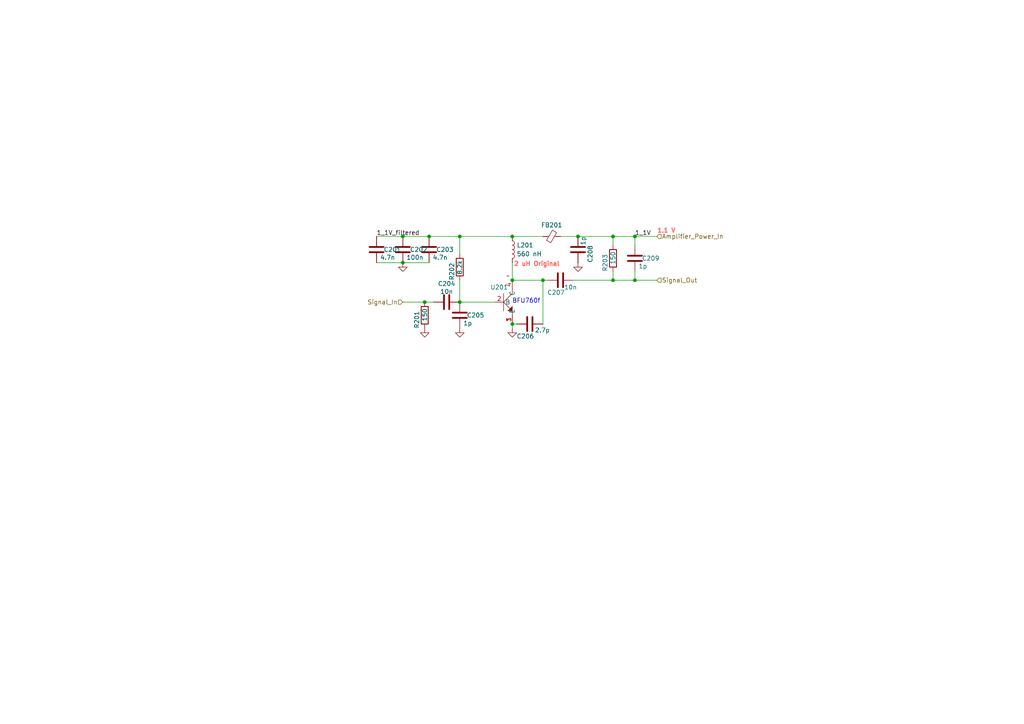
<source format=kicad_sch>
(kicad_sch (version 20250114) (generator "eeschema") (generator_version "9.0")
  (paper "A4")
  (title_block (title "FARICH Custom Amplifier"))
  (lib_symbols
    (symbol "Device:C" (pin_numbers (hide yes)) (pin_names (offset 0.254))
      (property "Reference" "C" (at 0.635 2.54 0))
      (property "Value" "C" (at 0.635 -2.54 0))
      (symbol "C_0_1"
        (polyline (pts (xy -2.032 0.762) (xy 2.032 0.762)) (stroke (width 0.508)))
        (polyline (pts (xy -2.032 -0.762) (xy 2.032 -0.762)) (stroke (width 0.508)))
      )
      (symbol "C_1_1"
        (pin passive line (at 0 3.81 270) (length 2.794) (name "~") (number "1"))
        (pin passive line (at 0 -3.81 90) (length 2.794) (name "~") (number "2"))
      )
    )
    (symbol "Device:FerriteBead_Small" (pin_numbers (hide yes)) (pin_names (offset 0))
      (property "Reference" "FB" (at 1.905 1.27 0))
      (property "Value" "FerriteBead_Small" (at 1.905 -1.27 0))
      (symbol "FerriteBead_Small_0_1"
        (polyline (pts (xy -1.8288 0.2794) (xy -1.1176 1.4986) (xy 1.8288 -0.2032) (xy 1.1176 -1.4224) (xy -1.8288 0.2794)))
        (polyline (pts (xy 0 0.889) (xy 0 1.2954)))
        (polyline (pts (xy 0 -1.27) (xy 0 -0.7874)))
      )
      (symbol "FerriteBead_Small_1_1"
        (pin passive line (at 0 2.54 270) (length 1.27) (name "~") (number "1"))
        (pin passive line (at 0 -2.54 90) (length 1.27) (name "~") (number "2"))
      )
    )
    (symbol "Device:L" (pin_numbers (hide yes)) (pin_names (offset 1.016) (hide yes))
      (property "Reference" "L" (at -1.27 0 90))
      (property "Value" "L" (at 1.905 0 90))
      (symbol "L_0_1"
        (arc (start 0 2.54) (mid 0.6323 1.905) (end 0 1.27))
        (arc (start 0 1.27) (mid 0.6323 0.635) (end 0 0))
        (arc (start 0 0) (mid 0.6323 -0.635) (end 0 -1.27))
        (arc (start 0 -1.27) (mid 0.6323 -1.905) (end 0 -2.54))
      )
      (symbol "L_1_1"
        (pin passive line (at 0 3.81 270) (length 1.27) (name "1") (number "1"))
        (pin passive line (at 0 -3.81 90) (length 1.27) (name "2") (number "2"))
      )
    )
    (symbol "Device:R" (pin_numbers (hide yes)) (pin_names (offset 0))
      (property "Reference" "R" (at 2.032 0 90))
      (property "Value" "R" (at 0 0 90))
      (symbol "R_0_1"
        (rectangle (start -1.016 -2.54) (end 1.016 2.54) (stroke (width 0.254)))
      )
      (symbol "R_1_1"
        (pin passive line (at 0 3.81 270) (length 1.27) (name "~") (number "1"))
        (pin passive line (at 0 -3.81 90) (length 1.27) (name "~") (number "2"))
      )
    )
    (symbol "FARICH_Amplifier_Library:BFU760F,115"
      (property "Reference" "U1" (at -1.27 4.318 0))
      (property "Value" "~" (at 1.27 7.62 0))
      (symbol "BFU760F,115_0_1"
        (polyline (pts (xy 0 2.54) (xy 0 -2.54)))
        (polyline (pts (xy 0 0) (xy 2.54 2.54) (xy 2.54 3.81)))
        (polyline (pts (xy 0 0) (xy 2.54 -2.54) (xy 2.54 -3.81)))
      )
      (symbol "BFU760F,115_1_1"
        (polyline (pts (xy 2.54 -2.54) (xy 2.54 -1.27) (xy 1.27 -2.54) (xy 2.54 -2.54)) (fill (type outline)))
        (pin input line (at -2.54 0 0) (length 2.54) (name "B") (number "2"))
        (pin input line (at 2.54 6.35 270) (length 2.54) (name "C") (number "4"))
        (pin input line (at 2.54 -6.35 90) (length 2.54) (name "E") (number "1"))
        (pin input line (at 2.54 -6.35 90) (length 2.54) (name "E") (number "3"))
      )
    )
    (symbol "power:GND" (power) (pin_numbers (hide yes)) (pin_names (offset 0) (hide yes))
      (property "Value" "GND" (at 0 -3.81 0))
      (symbol "GND_0_1"
        (polyline (pts (xy 0 0) (xy 0 -1.27) (xy 1.27 -1.27) (xy 0 -2.54) (xy -1.27 -1.27) (xy 0 -1.27)))
      )
      (symbol "GND_1_1"
        (pin power_in line (at 0 0 270) (length 0) (name "~") (number "1"))
      )
    )
  )
  (text "BFU760f" (at 152.654 87.376 0) (effects (font (size 1.27 1.27))))
  (text "2 uH Original" (at 155.702 76.708 0) (effects (font (size 1.27 1.27) (thickness 0.254) (bold yes))))
  (text "1.1 V" (at 193.294 67.056 0) (effects (font (size 1.27 1.27) (thickness 0.254) (bold yes))))
  (junction (at 133.35 87.63))
  (junction (at 116.84 76.2))
  (junction (at 116.84 68.58))
  (junction (at 177.8 81.28))
  (junction (at 157.48 81.28))
  (junction (at 184.15 81.28))
  (junction (at 123.19 87.63))
  (junction (at 124.46 68.58))
  (junction (at 184.15 68.58))
  (junction (at 177.8 68.58))
  (junction (at 148.59 81.28))
  (junction (at 167.64 68.58))
  (junction (at 133.35 68.58))
  (junction (at 148.59 93.98))
  (junction (at 148.59 68.58))
  (wire (pts (xy 177.8 71.12) (xy 177.8 68.58)))
  (wire (pts (xy 109.22 76.2) (xy 116.84 76.2)))
  (wire (pts (xy 133.35 73.66) (xy 133.35 68.58)))
  (wire (pts (xy 162.56 68.58) (xy 167.64 68.58)))
  (wire (pts (xy 123.19 87.63) (xy 125.73 87.63)))
  (wire (pts (xy 166.37 81.28) (xy 177.8 81.28)))
  (wire (pts (xy 157.48 81.28) (xy 148.59 81.28)))
  (wire (pts (xy 148.59 76.2) (xy 148.59 81.28)))
  (wire (pts (xy 167.64 68.58) (xy 177.8 68.58)))
  (wire (pts (xy 148.59 95.25) (xy 148.59 93.98)))
  (wire (pts (xy 133.35 68.58) (xy 148.59 68.58)))
  (wire (pts (xy 124.46 68.58) (xy 133.35 68.58)))
  (wire (pts (xy 133.35 81.28) (xy 133.35 87.63)))
  (wire (pts (xy 184.15 81.28) (xy 184.15 78.74)))
  (wire (pts (xy 177.8 81.28) (xy 184.15 81.28)))
  (wire (pts (xy 177.8 78.74) (xy 177.8 81.28)))
  (wire (pts (xy 184.15 81.28) (xy 190.5 81.28)))
  (wire (pts (xy 116.84 68.58) (xy 124.46 68.58)))
  (wire (pts (xy 184.15 68.58) (xy 190.5 68.58)))
  (wire (pts (xy 116.84 87.63) (xy 123.19 87.63)))
  (wire (pts (xy 177.8 68.58) (xy 184.15 68.58)))
  (wire (pts (xy 184.15 71.12) (xy 184.15 68.58)))
  (wire (pts (xy 109.22 68.58) (xy 116.84 68.58)))
  (wire (pts (xy 116.84 76.2) (xy 124.46 76.2)))
  (wire (pts (xy 148.59 93.98) (xy 149.86 93.98)))
  (wire (pts (xy 133.35 87.63) (xy 143.51 87.63)))
  (wire (pts (xy 148.59 68.58) (xy 157.48 68.58)))
  (wire (pts (xy 157.48 81.28) (xy 158.75 81.28)))
  (wire (pts (xy 157.48 93.98) (xy 157.48 81.28)))
  (label "1_1V_filtered" (at 109.22 68.58 0))
  (label "1_1V" (at 184.15 68.58 0))
  (hierarchical_label "Amplifier_Power_In" (shape input) (at 190.5 68.58 0))
  (hierarchical_label "Signal_Out" (shape input) (at 190.5 81.28 0))
  (hierarchical_label "Signal_In" (shape input) (at 116.84 87.63 180))
  (symbol (lib_id "Device:C") (at 167.64 72.39 0) (unit 1)
    (property "Reference" "C208" (at 171.196 71.12 90) (effects (justify right)))
    (property "Value" "1p" (at 169.164 68.58 90) (effects (justify right)))
    (property "Footprint" "Capacitor_SMD:C_0201_0603Metric" (effects (hide yes)))
    (property "Description" "Unpolarized capacitor" (effects (hide yes)))
    (instances (project "FARICH_Amplifier_v0" (path "" (reference "C208") (unit 1))) (project "FARICH_Amplifier_v0" (path "" (reference "C208") (unit 1)) (path "" (reference "C217") (unit 1))))
  )
  (symbol (lib_id "power:GND") (at 123.19 95.25 0) (unit 1)
    (property "Reference" "#PWR0202" (effects (hide yes)))
    (property "Value" "GND" (effects (hide yes)))
    (property "Description" "Power symbol creates a global label with name \"GND\" , ground" (effects (hide yes)))
    (instances (project "FARICH_Amplifier_v0" (path "" (reference "#PWR0202") (unit 1))) (project "FARICH_Amplifier_v0" (path "" (reference "#PWR0202") (unit 1)) (path "" (reference "#PWR0207") (unit 1))))
  )
  (symbol (lib_id "Device:C") (at 184.15 74.93 180) (unit 1)
    (property "Reference" "C209" (at 186.182 74.93 0) (effects (justify right)))
    (property "Value" "1p" (at 185.166 77.216 0) (effects (justify right)))
    (property "Footprint" "Capacitor_SMD:C_0201_0603Metric" (effects (hide yes)))
    (property "Description" "Unpolarized capacitor" (effects (hide yes)))
    (instances (project "FARICH_Amplifier_v0" (path "" (reference "C209") (unit 1))) (project "FARICH_Amplifier_v0" (path "" (reference "C209") (unit 1)) (path "" (reference "C218") (unit 1))))
  )
  (symbol (lib_id "FARICH_Amplifier_Library:BFU760F,115") (at 146.05 87.63 0) (unit 1)
    (property "Reference" "U201" (at 144.78 83.312 0))
    (property "Value" "~" (at 147.32 80.01 0))
    (property "Footprint" "0_lib:SOT343F_NXP" (effects (hide yes)))
    (instances (project "FARICH_Amplifier_v0" (path "" (reference "U201") (unit 1))) (project "FARICH_Amplifier_v0" (path "" (reference "U201") (unit 1)) (path "" (reference "U202") (unit 1))))
  )
  (symbol (lib_id "power:GND") (at 148.59 95.25 0) (unit 1)
    (property "Reference" "#PWR0204" (effects (hide yes)))
    (property "Value" "GND" (effects (hide yes)))
    (property "Description" "Power symbol creates a global label with name \"GND\" , ground" (effects (hide yes)))
    (instances (project "FARICH_Amplifier_v0" (path "" (reference "#PWR0204") (unit 1))) (project "FARICH_Amplifier_v0" (path "" (reference "#PWR0204") (unit 1)) (path "" (reference "#PWR0209") (unit 1))))
  )
  (symbol (lib_id "Device:C") (at 109.22 72.39 180) (unit 1)
    (property "Reference" "C201" (at 111.252 72.39 0) (effects (justify right)))
    (property "Value" "4.7n" (at 110.236 74.676 0) (effects (justify right)))
    (property "Footprint" "Capacitor_SMD:C_0201_0603Metric" (effects (hide yes)))
    (property "Description" "Unpolarized capacitor" (effects (hide yes)))
    (instances (project "FARICH_Amplifier_v0" (path "" (reference "C201") (unit 1))) (project "FARICH_Amplifier_v0" (path "" (reference "C201") (unit 1)) (path "" (reference "C210") (unit 1))))
  )
  (symbol (lib_id "Device:C") (at 153.67 93.98 270) (unit 1)
    (property "Reference" "C206" (at 154.94 97.536 90) (effects (justify right)))
    (property "Value" "2.7p" (at 159.512 95.758 90) (effects (justify right)))
    (property "Footprint" "Capacitor_SMD:C_0201_0603Metric" (effects (hide yes)))
    (property "Description" "Unpolarized capacitor" (effects (hide yes)))
    (instances (project "FARICH_Amplifier_v0" (path "" (reference "C206") (unit 1))) (project "FARICH_Amplifier_v0" (path "" (reference "C206") (unit 1)) (path "" (reference "C215") (unit 1))))
  )
  (symbol (lib_id "Device:C") (at 133.35 91.44 180) (unit 1)
    (property "Reference" "C205" (at 135.382 91.44 0) (effects (justify right)))
    (property "Value" "1p" (at 134.366 93.726 0) (effects (justify right)))
    (property "Footprint" "Capacitor_SMD:C_0201_0603Metric" (effects (hide yes)))
    (property "Description" "Unpolarized capacitor" (effects (hide yes)))
    (instances (project "FARICH_Amplifier_v0" (path "" (reference "C205") (unit 1))) (project "FARICH_Amplifier_v0" (path "" (reference "C205") (unit 1)) (path "" (reference "C214") (unit 1))))
  )
  (symbol (lib_id "Device:C") (at 124.46 72.39 180) (unit 1)
    (property "Reference" "C203" (at 126.492 72.39 0) (effects (justify right)))
    (property "Value" "4.7n" (at 125.476 74.676 0) (effects (justify right)))
    (property "Footprint" "Capacitor_SMD:C_0201_0603Metric" (effects (hide yes)))
    (property "Description" "Unpolarized capacitor" (effects (hide yes)))
    (instances (project "FARICH_Amplifier_v0" (path "" (reference "C203") (unit 1))) (project "FARICH_Amplifier_v0" (path "" (reference "C203") (unit 1)) (path "" (reference "C212") (unit 1))))
  )
  (symbol (lib_id "Device:R") (at 177.8 74.93 180) (unit 1)
    (property "Reference" "R203" (at 175.514 73.66 90) (effects (justify left)))
    (property "Value" "150" (at 177.8 72.898 90) (effects (justify left)))
    (property "Footprint" "Resistor_SMD:R_0201_0603Metric" (effects (hide yes)))
    (property "Description" "Resistor" (effects (hide yes)))
    (instances (project "FARICH_Amplifier_v0" (path "" (reference "R203") (unit 1))) (project "FARICH_Amplifier_v0" (path "" (reference "R203") (unit 1)) (path "" (reference "R206") (unit 1))))
  )
  (symbol (lib_id "Device:C") (at 116.84 72.39 180) (unit 1)
    (property "Reference" "C202" (at 118.872 72.39 0) (effects (justify right)))
    (property "Value" "100n" (at 117.856 74.676 0) (effects (justify right)))
    (property "Footprint" "Capacitor_SMD:C_0201_0603Metric" (effects (hide yes)))
    (property "Description" "Unpolarized capacitor" (effects (hide yes)))
    (instances (project "FARICH_Amplifier_v0" (path "" (reference "C202") (unit 1))) (project "FARICH_Amplifier_v0" (path "" (reference "C202") (unit 1)) (path "" (reference "C211") (unit 1))))
  )
  (symbol (lib_id "power:GND") (at 167.64 76.2 0) (unit 1)
    (property "Reference" "#PWR0205" (effects (hide yes)))
    (property "Value" "GND" (effects (hide yes)))
    (property "Description" "Power symbol creates a global label with name \"GND\" , ground" (effects (hide yes)))
    (instances (project "FARICH_Amplifier_v0" (path "" (reference "#PWR0205") (unit 1))) (project "FARICH_Amplifier_v0" (path "" (reference "#PWR0205") (unit 1)) (path "" (reference "#PWR0210") (unit 1))))
  )
  (symbol (lib_id "Device:R") (at 123.19 91.44 180) (unit 1)
    (property "Reference" "R201" (at 120.904 90.17 90) (effects (justify left)))
    (property "Value" "150" (at 123.19 89.408 90) (effects (justify left)))
    (property "Footprint" "Resistor_SMD:R_0201_0603Metric" (effects (hide yes)))
    (property "Description" "Resistor" (effects (hide yes)))
    (instances (project "FARICH_Amplifier_v0" (path "" (reference "R201") (unit 1))) (project "FARICH_Amplifier_v0" (path "" (reference "R201") (unit 1)) (path "" (reference "R204") (unit 1))))
  )
  (symbol (lib_id "Device:FerriteBead_Small") (at 160.02 68.58 90) (unit 1)
    (property "Reference" "FB201" (at 160.02 65.278 90))
    (property "Value" "FerriteBead_Small" (effects (hide yes)))
    (property "Footprint" "Inductor_SMD:L_0201_0603Metric" (effects (hide yes)))
    (property "Description" "Ferrite bead, small symbol" (effects (hide yes)))
    (instances (project "FARICH_Amplifier_v0" (path "" (reference "FB201") (unit 1))) (project "FARICH_Amplifier_v0" (path "" (reference "FB201") (unit 1)) (path "" (reference "FB202") (unit 1))))
  )
  (symbol (lib_id "Device:C") (at 162.56 81.28 270) (unit 1)
    (property "Reference" "C207" (at 163.83 84.836 90) (effects (justify right)))
    (property "Value" "10n" (at 167.386 83.312 90) (effects (justify right)))
    (property "Footprint" "Capacitor_SMD:C_0201_0603Metric" (effects (hide yes)))
    (property "Description" "Unpolarized capacitor" (effects (hide yes)))
    (instances (project "FARICH_Amplifier_v0" (path "" (reference "C207") (unit 1))) (project "FARICH_Amplifier_v0" (path "" (reference "C207") (unit 1)) (path "" (reference "C216") (unit 1))))
  )
  (symbol (lib_id "Device:C") (at 129.54 87.63 90) (unit 1)
    (property "Reference" "C204" (at 129.54 82.296 90))
    (property "Value" "10n" (at 129.54 84.582 90))
    (property "Footprint" "Capacitor_SMD:C_0201_0603Metric" (effects (hide yes)))
    (property "Description" "Unpolarized capacitor" (effects (hide yes)))
    (instances (project "FARICH_Amplifier_v0" (path "" (reference "C204") (unit 1))) (project "FARICH_Amplifier_v0" (path "" (reference "C204") (unit 1)) (path "" (reference "C213") (unit 1))))
  )
  (symbol (lib_id "Device:L") (at 148.59 72.39 0) (unit 1)
    (property "Reference" "L201" (at 149.86 71.1199 0) (effects (justify left)))
    (property "Value" "560 nH" (at 149.86 73.6599 0) (effects (justify left)))
    (property "Footprint" "Inductor_SMD:L_0402_1005Metric" (effects (hide yes)))
    (property "Description" "Inductor" (effects (hide yes)))
    (instances (project "FARICH_Amplifier_v0" (path "" (reference "L201") (unit 1))) (project "FARICH_Amplifier_v0" (path "" (reference "L201") (unit 1)) (path "" (reference "L202") (unit 1))))
  )
  (symbol (lib_id "Device:R") (at 133.35 77.47 180) (unit 1)
    (property "Reference" "R202" (at 131.064 76.2 90) (effects (justify left)))
    (property "Value" "8.2k" (at 133.35 75.438 90) (effects (justify left)))
    (property "Footprint" "Resistor_SMD:R_0201_0603Metric" (effects (hide yes)))
    (property "Description" "Resistor" (effects (hide yes)))
    (instances (project "FARICH_Amplifier_v0" (path "" (reference "R202") (unit 1))) (project "FARICH_Amplifier_v0" (path "" (reference "R202") (unit 1)) (path "" (reference "R205") (unit 1))))
  )
  (symbol (lib_id "power:GND") (at 133.35 95.25 0) (unit 1)
    (property "Reference" "#PWR0203" (effects (hide yes)))
    (property "Value" "GND" (effects (hide yes)))
    (property "Description" "Power symbol creates a global label with name \"GND\" , ground" (effects (hide yes)))
    (instances (project "FARICH_Amplifier_v0" (path "" (reference "#PWR0203") (unit 1))) (project "FARICH_Amplifier_v0" (path "" (reference "#PWR0203") (unit 1)) (path "" (reference "#PWR0208") (unit 1))))
  )
  (symbol (lib_id "power:GND") (at 116.84 76.2 0) (unit 1)
    (property "Reference" "#PWR0201" (effects (hide yes)))
    (property "Value" "GND" (effects (hide yes)))
    (property "Description" "Power symbol creates a global label with name \"GND\" , ground" (effects (hide yes)))
    (instances (project "FARICH_Amplifier_v0" (path "" (reference "#PWR0201") (unit 1))) (project "FARICH_Amplifier_v0" (path "" (reference "#PWR0201") (unit 1)) (path "" (reference "#PWR0206") (unit 1))))
  )
)
</source>
